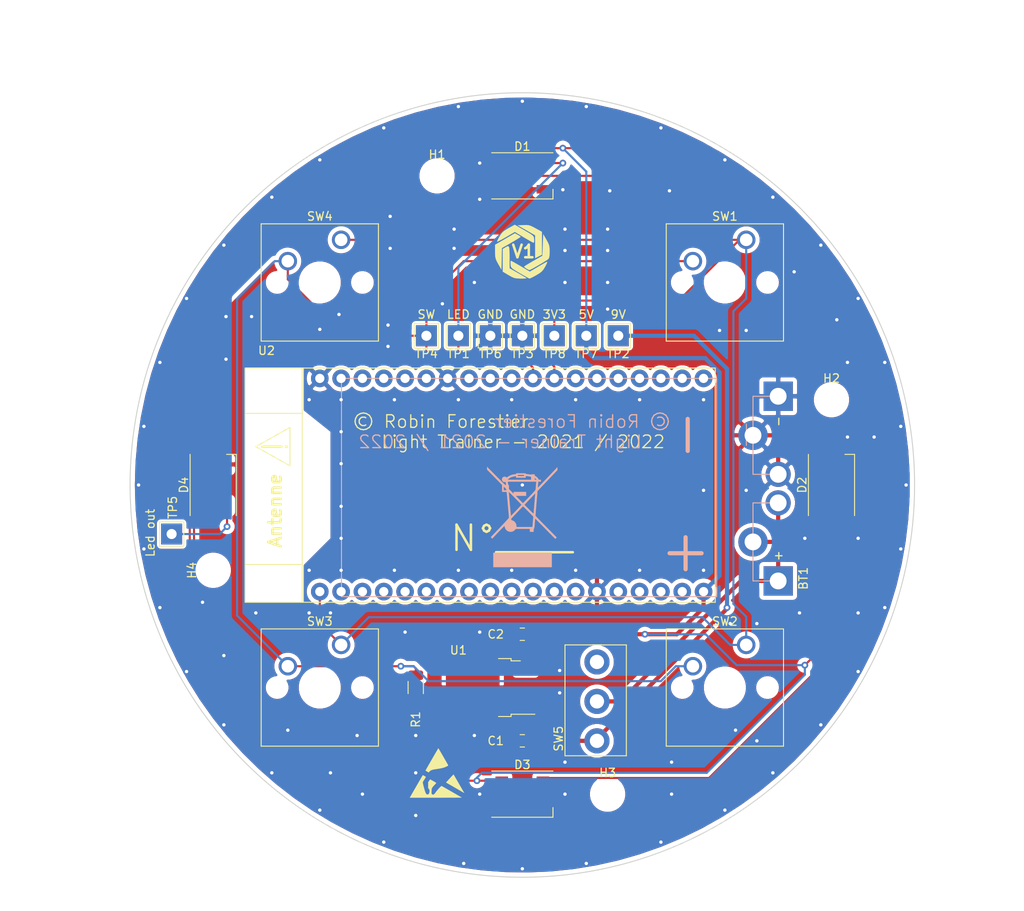
<source format=kicad_pcb>
(kicad_pcb (version 20171130) (host pcbnew "(5.1.10)-1")
  (title_block (title "Light Trainer") (date 2022-06-15) (comment 1 "Light Trainer") (comment 3 V01) (comment 4 "©Robin Forestier | 2021"))
  (layers (0 F.Cu signal) (31 B.Cu signal) (34 B.Paste user) (35 F.Paste user) (36 B.SilkS user) (37 F.SilkS user) (38 B.Mask user) (39 F.Mask user) (44 Edge.Cuts user))
  (net 0 "")
  (net 1 GND)
  (net 2 +3V3)
  (net 3 +5V)
  (net 4 LED)
  (net 5 switch)
  (net 6 "Net-(BT1-Pad1)")
  (net 7 "Net-(C1-Pad1)")
  (net 8 "Net-(D1-Pad4)")
  (net 9 "Net-(D2-Pad4)")
  (net 10 "Net-(D3-Pad4)")
  (net 11 "Net-(D4-Pad4)")
  (module Work_Forestier:ESP32-DevKitC-32D (layer F.Cu) (at 116.84 115.57)
    (fp_text reference U2 (at 2.54 -29.98) (layer F.SilkS))
    (fp_text value ESP32-DevKitC-32D)
    (pad 3V3 thru_hole circle (at 8.89 -1.27) (size 2.1 2.1) (drill 1.1) (layers *.Cu *.Mask) (net 2 +3V3))
    (pad EN thru_hole circle (at 11.43 -1.27) (size 2.1 2.1) (drill 1.1) (layers *.Cu *.Mask))
    (pad SVP thru_hole circle (at 13.97 -1.27) (size 2.1 2.1) (drill 1.1) (layers *.Cu *.Mask))
    (pad SVN thru_hole circle (at 16.51 -1.27) (size 2.1 2.1) (drill 1.1) (layers *.Cu *.Mask))
    (pad IO34 thru_hole circle (at 19.05 -1.27) (size 2.1 2.1) (drill 1.1) (layers *.Cu *.Mask))
    (pad IO35 thru_hole circle (at 21.59 -1.27) (size 2.1 2.1) (drill 1.1) (layers *.Cu *.Mask))
    (pad IO32 thru_hole circle (at 24.13 -1.27) (size 2.1 2.1) (drill 1.1) (layers *.Cu *.Mask))
    (pad IO33 thru_hole circle (at 26.67 -1.27) (size 2.1 2.1) (drill 1.1) (layers *.Cu *.Mask))
    (pad IO12 thru_hole circle (at 39.37 -1.27) (size 2.1 2.1) (drill 1.1) (layers *.Cu *.Mask))
    (pad GND0 thru_hole circle (at 41.91 -1.27) (size 2.1 2.1) (drill 1.1) (layers *.Cu *.Mask) (net 1 GND))
    (pad IO13 thru_hole circle (at 44.45 -1.27) (size 2.1 2.1) (drill 1.1) (layers *.Cu *.Mask))
    (pad SD2 thru_hole circle (at 46.99 -1.27) (size 2.1 2.1) (drill 1.1) (layers *.Cu *.Mask))
    (pad SD3 thru_hole circle (at 49.53 -1.27) (size 2.1 2.1) (drill 1.1) (layers *.Cu *.Mask))
    (pad CMD thru_hole circle (at 52.07 -1.27) (size 2.1 2.1) (drill 1.1) (layers *.Cu *.Mask))
    (pad 5V thru_hole circle (at 54.61 -1.27) (size 2.1 2.1) (drill 1.1) (layers *.Cu *.Mask) (net 3 +5V))
    (pad GND1 thru_hole circle (at 8.89 -26.67) (size 2.1 2.1) (drill 1.1) (layers *.Cu *.Mask) (net 1 GND))
    (pad IO25 thru_hole circle (at 29.21 -1.27) (size 2.1 2.1) (drill 1.1) (layers *.Cu *.Mask))
    (pad IO26 thru_hole circle (at 31.75 -1.27) (size 2.1 2.1) (drill 1.1) (layers *.Cu *.Mask))
    (pad IO27 thru_hole circle (at 34.29 -1.27) (size 2.1 2.1) (drill 1.1) (layers *.Cu *.Mask))
    (pad IO14 thru_hole circle (at 36.83 -1.27) (size 2.1 2.1) (drill 1.1) (layers *.Cu *.Mask))
    (pad IO23 thru_hole circle (at 11.43 -26.67) (size 2.1 2.1) (drill 1.1) (layers *.Cu *.Mask))
    (pad IO22 thru_hole circle (at 13.97 -26.67) (size 2.1 2.1) (drill 1.1) (layers *.Cu *.Mask))
    (pad TXD0 thru_hole circle (at 16.51 -26.67) (size 2.1 2.1) (drill 1.1) (layers *.Cu *.Mask))
    (pad RXD0 thru_hole circle (at 19.05 -26.67) (size 2.1 2.1) (drill 1.1) (layers *.Cu *.Mask))
    (pad IO21 thru_hole circle (at 21.59 -26.67) (size 2.1 2.1) (drill 1.1) (layers *.Cu *.Mask))
    (pad GND2 thru_hole circle (at 24.13 -26.67) (size 2.1 2.1) (drill 1.1) (layers *.Cu *.Mask) (net 1 GND))
    (pad IO19 thru_hole circle (at 26.67 -26.67) (size 2.1 2.1) (drill 1.1) (layers *.Cu *.Mask))
    (pad IO18 thru_hole circle (at 29.21 -26.67) (size 2.1 2.1) (drill 1.1) (layers *.Cu *.Mask))
    (pad IO5 thru_hole circle (at 31.75 -26.67) (size 2.1 2.1) (drill 1.1) (layers *.Cu *.Mask))
    (pad IO17 thru_hole circle (at 34.29 -26.67) (size 2.1 2.1) (drill 1.1) (layers *.Cu *.Mask) (net 5 switch))
    (pad IO16 thru_hole circle (at 36.83 -26.67) (size 2.1 2.1) (drill 1.1) (layers *.Cu *.Mask) (net 4 LED))
    (pad IO4 thru_hole circle (at 39.37 -26.67) (size 2.1 2.1) (drill 1.1) (layers *.Cu *.Mask))
    (pad IO0 thru_hole circle (at 41.91 -26.67) (size 2.1 2.1) (drill 1.1) (layers *.Cu *.Mask))
    (pad IO2 thru_hole circle (at 44.45 -26.67) (size 2.1 2.1) (drill 1.1) (layers *.Cu *.Mask))
    (pad IO15 thru_hole circle (at 46.99 -26.67) (size 2.1 2.1) (drill 1.1) (layers *.Cu *.Mask))
    (pad SD1 thru_hole circle (at 49.53 -26.67) (size 2.1 2.1) (drill 1.1) (layers *.Cu *.Mask))
    (pad SD0 thru_hole circle (at 52.07 -26.67) (size 2.1 2.1) (drill 1.1) (layers *.Cu *.Mask))
    (pad CLK thru_hole circle (at 54.61 -26.67) (size 2.1 2.1) (drill 1.1) (layers *.Cu *.Mask))
  )
  (module TestPoint:TestPoint_THTPad_2.5x2.5mm_Drill1.2mm (layer F.Cu) (at 108.077 107.442 90)
    (fp_text reference TP5 (at 3.175 0.127 90) (layer F.SilkS))
    (fp_text value Led-out)
    (pad 1 thru_hole rect (at 0 0 90) (size 2.5 2.5) (drill 1.2) (layers *.Cu *.Mask) (net 11 "Net-(D4-Pad4)"))
  )
  (module MountingHole:MountingHole_3.2mm_M3 (layer F.Cu) (at 113.03 111.76 90)
    (fp_text reference H4 (at 0 -2.54 90) (layer F.SilkS))
    (fp_text value MountingHole)
    (pad 1 np_thru_hole circle (at 0 0 90) (size 3.2 3.2) (drill 3.2) (layers *.Cu *.Mask))
  )
  (module Work_Forestier:BatteryHolder_Keystone_593-594 (layer F.Cu) (at 180.34 113.03 90)
    (fp_text reference BT1 (at 0.3 3 90) (layer F.SilkS))
    (fp_text value Battery)
    (fp_text user - (at 19 0 90) (layer F.SilkS))
    (fp_text user + (at 3 0 90) (layer F.SilkS))
    (fp_text user - (at 17.4 -11.16 270) (layer B.SilkS) (effects (font (size 5 5) (thickness 0.5))))
    (fp_text user + (at 3.302 -11.414 270) (layer B.SilkS) (effects (font (size 5 5) (thickness 0.5))))
    (pad 2 thru_hole rect (at 22 0 90) (size 3.5 3.5) (drill 2) (layers *.Cu *.Mask) (net 1 GND))
    (pad 2 thru_hole circle (at 17.35 -3 90) (size 3.5 3.5) (drill 2) (layers *.Cu *.Mask) (net 1 GND))
    (pad 2 thru_hole circle (at 12.7 0 90) (size 3 3) (drill 2) (layers *.Cu *.Mask) (net 1 GND))
    (pad 1 thru_hole circle (at 9.3 0 90) (size 3 3) (drill 2) (layers *.Cu *.Mask) (net 6 "Net-(BT1-Pad1)"))
    (pad 1 thru_hole circle (at 4.65 -3 90) (size 3.5 3.5) (drill 2) (layers *.Cu *.Mask) (net 6 "Net-(BT1-Pad1)"))
    (pad 1 thru_hole rect (at 0 0 90) (size 3.5 3.5) (drill 2) (layers *.Cu *.Mask) (net 6 "Net-(BT1-Pad1)"))
  )
  (module Work_Forestier:logo (layer F.Cu) (at 149.86 73.66)
    (fp_text reference G*** hide)
    (fp_text value LOGO hide)
  )
  (module Symbol:WEEE-Logo_8.4x12mm_SilkScreen (layer B.Cu) (at 149.86 105.41 180)
    (fp_text reference REF** hide)
    (fp_text value WEEE-Logo_8.4x12mm_SilkScreen hide)
  )
  (module Symbol:ESD-Logo_6.6x6mm_SilkScreen (layer F.Cu) (at 139.7 135.89)
    (fp_text reference REF** hide)
    (fp_text value ESD-Logo_6.6x6mm_SilkScreen hide)
  )
  (module Package_TO_SOT_SMD:TO-252-2 (layer F.Cu) (at 146.05 125.73 180)
    (fp_text reference U1 (at 3.81 4.445) (layer F.SilkS))
    (fp_text value L78M05CDT-TR)
    (pad 2 smd rect (at 2.1 0 180) (size 6.4 5.8) (layers F.Cu F.Mask) (net 1 GND))
    (pad 3 smd rect (at -4.2 2.28 180) (size 2.2 1.2) (layers F.Cu F.Paste F.Mask) (net 3 +5V))
    (pad 1 smd rect (at -4.2 -2.28 180) (size 2.2 1.2) (layers F.Cu F.Paste F.Mask) (net 7 "Net-(C1-Pad1)"))
  )
  (module TestPoint:TestPoint_THTPad_2.5x2.5mm_Drill1.2mm (layer F.Cu) (at 153.67 83.82 180)
    (fp_text reference TP8 (at 0 -2.148) (layer F.SilkS))
    (fp_text value 3.3V)
    (pad 1 thru_hole rect (at 0 0 180) (size 2.5 2.5) (drill 1.2) (layers *.Cu *.Mask) (net 2 +3V3))
  )
  (module TestPoint:TestPoint_THTPad_2.5x2.5mm_Drill1.2mm (layer F.Cu) (at 157.48 83.82 180)
    (fp_text reference TP7 (at 0 -2.148) (layer F.SilkS))
    (fp_text value 5V)
    (pad 1 thru_hole rect (at 0 0 180) (size 2.5 2.5) (drill 1.2) (layers *.Cu *.Mask) (net 3 +5V))
  )
  (module TestPoint:TestPoint_THTPad_2.5x2.5mm_Drill1.2mm (layer F.Cu) (at 146.05 83.82 180)
    (fp_text reference TP6 (at 0 -2.148) (layer F.SilkS))
    (fp_text value Gnd)
    (pad 1 thru_hole rect (at 0 0 180) (size 2.5 2.5) (drill 1.2) (layers *.Cu *.Mask) (net 1 GND))
  )
  (module TestPoint:TestPoint_THTPad_2.5x2.5mm_Drill1.2mm (layer F.Cu) (at 138.43 83.82 180)
    (fp_text reference TP4 (at 0 -2.148) (layer F.SilkS))
    (fp_text value Switch)
    (pad 1 thru_hole rect (at 0 0 180) (size 2.5 2.5) (drill 1.2) (layers *.Cu *.Mask) (net 5 switch))
  )
  (module TestPoint:TestPoint_THTPad_2.5x2.5mm_Drill1.2mm (layer F.Cu) (at 149.86 83.82 180)
    (fp_text reference TP3 (at 0 -2.148) (layer F.SilkS))
    (fp_text value TestPoint)
    (pad 1 thru_hole rect (at 0 0 180) (size 2.5 2.5) (drill 1.2) (layers *.Cu *.Mask) (net 1 GND))
  )
  (module TestPoint:TestPoint_THTPad_2.5x2.5mm_Drill1.2mm (layer F.Cu) (at 161.29 83.82 180)
    (fp_text reference TP2 (at 0 -2.148) (layer F.SilkS))
    (fp_text value 9V)
    (pad 1 thru_hole rect (at 0 0 180) (size 2.5 2.5) (drill 1.2) (layers *.Cu *.Mask) (net 7 "Net-(C1-Pad1)"))
  )
  (module TestPoint:TestPoint_THTPad_2.5x2.5mm_Drill1.2mm (layer F.Cu) (at 142.24 83.82 180)
    (fp_text reference TP1 (at 0 -2.148) (layer F.SilkS))
    (fp_text value Led-in)
    (pad 1 thru_hole rect (at 0 0 180) (size 2.5 2.5) (drill 1.2) (layers *.Cu *.Mask) (net 4 LED))
  )
  (module Work_Forestier:C&K-1101M2S5CQE2 (layer F.Cu) (at 158.75 132.08 90)
    (fp_text reference SW5 (at 0.254 -4.572 90) (layer F.SilkS))
    (fp_text value SW_SPDT)
    (pad 3 thru_hole circle (at 9.4 0 90) (size 3 3) (drill 1.7) (layers *.Cu *.Mask))
    (pad 2 thru_hole circle (at 4.7 0 90) (size 3 3) (drill 1.7) (layers *.Cu *.Mask) (net 6 "Net-(BT1-Pad1)"))
    (pad 1 thru_hole circle (at 0 0 90) (size 3 3) (drill 1.7) (layers *.Cu *.Mask) (net 7 "Net-(C1-Pad1)"))
  )
  (module Work_Forestier:SW_Cherry_MX_1.00u_PCB_3D (layer F.Cu) (at 128.27 72.39)
    (fp_text reference SW4 (at -2.54 -2.794) (layer F.SilkS))
    (fp_text value SW_Push)
    (pad "" np_thru_hole circle (at 2.54 5.08) (size 1.7 1.7) (drill 1.7) (layers *.Cu *.Mask))
    (pad "" np_thru_hole circle (at -7.62 5.08) (size 1.7 1.7) (drill 1.7) (layers *.Cu *.Mask))
    (pad "" np_thru_hole circle (at -2.54 5.08) (size 4 4) (drill 4) (layers *.Cu *.Mask))
    (pad 2 thru_hole circle (at -6.35 2.54) (size 2.2 2.2) (drill 1.5) (layers *.Cu *.Mask) (net 5 switch))
    (pad 1 thru_hole circle (at 0 0) (size 2.2 2.2) (drill 1.5) (layers *.Cu *.Mask) (net 2 +3V3))
  )
  (module Work_Forestier:SW_Cherry_MX_1.00u_PCB_3D (layer F.Cu) (at 128.27 120.65)
    (fp_text reference SW3 (at -2.54 -2.794) (layer F.SilkS))
    (fp_text value SW_Push)
    (pad "" np_thru_hole circle (at 2.54 5.08) (size 1.7 1.7) (drill 1.7) (layers *.Cu *.Mask))
    (pad "" np_thru_hole circle (at -7.62 5.08) (size 1.7 1.7) (drill 1.7) (layers *.Cu *.Mask))
    (pad "" np_thru_hole circle (at -2.54 5.08) (size 4 4) (drill 4) (layers *.Cu *.Mask))
    (pad 2 thru_hole circle (at -6.35 2.54) (size 2.2 2.2) (drill 1.5) (layers *.Cu *.Mask) (net 5 switch))
    (pad 1 thru_hole circle (at 0 0) (size 2.2 2.2) (drill 1.5) (layers *.Cu *.Mask) (net 2 +3V3))
  )
  (module Work_Forestier:SW_Cherry_MX_1.00u_PCB_3D (layer F.Cu) (at 176.53 120.65)
    (fp_text reference SW2 (at -2.54 -2.794) (layer F.SilkS))
    (fp_text value SW_Push)
    (pad "" np_thru_hole circle (at 2.54 5.08) (size 1.7 1.7) (drill 1.7) (layers *.Cu *.Mask))
    (pad "" np_thru_hole circle (at -7.62 5.08) (size 1.7 1.7) (drill 1.7) (layers *.Cu *.Mask))
    (pad "" np_thru_hole circle (at -2.54 5.08) (size 4 4) (drill 4) (layers *.Cu *.Mask))
    (pad 2 thru_hole circle (at -6.35 2.54) (size 2.2 2.2) (drill 1.5) (layers *.Cu *.Mask) (net 5 switch))
    (pad 1 thru_hole circle (at 0 0) (size 2.2 2.2) (drill 1.5) (layers *.Cu *.Mask) (net 2 +3V3))
  )
  (module Work_Forestier:SW_Cherry_MX_1.00u_PCB_3D (layer F.Cu) (at 176.53 72.39)
    (fp_text reference SW1 (at -2.54 -2.794) (layer F.SilkS))
    (fp_text value SW_Push)
    (pad "" np_thru_hole circle (at 2.54 5.08) (size 1.7 1.7) (drill 1.7) (layers *.Cu *.Mask))
    (pad "" np_thru_hole circle (at -7.62 5.08) (size 1.7 1.7) (drill 1.7) (layers *.Cu *.Mask))
    (pad "" np_thru_hole circle (at -2.54 5.08) (size 4 4) (drill 4) (layers *.Cu *.Mask))
    (pad 2 thru_hole circle (at -6.35 2.54) (size 2.2 2.2) (drill 1.5) (layers *.Cu *.Mask) (net 5 switch))
    (pad 1 thru_hole circle (at 0 0) (size 2.2 2.2) (drill 1.5) (layers *.Cu *.Mask) (net 2 +3V3))
  )
  (module Resistor_SMD:R_1206_3216Metric (layer F.Cu) (at 137.16 125.73 90)
    (fp_text reference R1 (at -3.81 0 90) (layer F.SilkS))
    (fp_text value 10k)
    (pad 2 smd roundrect (at 1.4625 0 90) (size 1.125 1.75) (layers F.Cu F.Paste F.Mask) (roundrect_rratio 0.222222) (net 5 switch))
    (pad 1 smd roundrect (at -1.4625 0 90) (size 1.125 1.75) (layers F.Cu F.Paste F.Mask) (roundrect_rratio 0.222222) (net 1 GND))
  )
  (module MountingHole:MountingHole_3.2mm_M3 (layer F.Cu) (at 160.02 138.43)
    (fp_text reference H3 (at 0 -2.54) (layer F.SilkS))
    (fp_text value MountingHole)
    (pad 1 np_thru_hole circle (at 0 0) (size 3.2 3.2) (drill 3.2) (layers *.Cu *.Mask))
  )
  (module MountingHole:MountingHole_3.2mm_M3 (layer F.Cu) (at 186.69 91.44)
    (fp_text reference H2 (at 0 -2.54) (layer F.SilkS))
    (fp_text value MountingHole)
    (pad 1 np_thru_hole circle (at 0 0) (size 3.2 3.2) (drill 3.2) (layers *.Cu *.Mask))
  )
  (module MountingHole:MountingHole_3.2mm_M3 (layer F.Cu) (at 139.7 64.77)
    (fp_text reference H1 (at 0 -2.54) (layer F.SilkS))
    (fp_text value MountingHole)
    (pad "" np_thru_hole circle (at 0 0) (size 3.2 3.2) (drill 3.2) (layers *.Cu *.Mask))
  )
  (module LED_SMD:LED_SK6812_PLCC4_5.0x5.0mm_P3.2mm (layer F.Cu) (at 113.03 101.6 90)
    (fp_text reference D4 (at 0 -3.5 90) (layer F.SilkS))
    (fp_text value SK6812)
    (pad 3 smd rect (at -2.45 -1.6 90) (size 1.5 1) (layers F.Cu F.Paste F.Mask) (net 3 +5V))
    (pad 4 smd rect (at -2.45 1.6 90) (size 1.5 1) (layers F.Cu F.Paste F.Mask) (net 11 "Net-(D4-Pad4)"))
    (pad 2 smd rect (at 2.45 -1.6 90) (size 1.5 1) (layers F.Cu F.Paste F.Mask) (net 10 "Net-(D3-Pad4)"))
    (pad 1 smd rect (at 2.45 1.6 90) (size 1.5 1) (layers F.Cu F.Paste F.Mask) (net 1 GND))
  )
  (module LED_SMD:LED_SK6812_PLCC4_5.0x5.0mm_P3.2mm (layer F.Cu) (at 149.86 138.43)
    (fp_text reference D3 (at 0 -3.5) (layer F.SilkS))
    (fp_text value SK6812)
    (pad 3 smd rect (at -2.45 -1.6) (size 1.5 1) (layers F.Cu F.Paste F.Mask) (net 3 +5V))
    (pad 4 smd rect (at -2.45 1.6) (size 1.5 1) (layers F.Cu F.Paste F.Mask) (net 10 "Net-(D3-Pad4)"))
    (pad 2 smd rect (at 2.45 -1.6) (size 1.5 1) (layers F.Cu F.Paste F.Mask) (net 9 "Net-(D2-Pad4)"))
    (pad 1 smd rect (at 2.45 1.6) (size 1.5 1) (layers F.Cu F.Paste F.Mask) (net 1 GND))
  )
  (module LED_SMD:LED_SK6812_PLCC4_5.0x5.0mm_P3.2mm (layer F.Cu) (at 186.69 101.6 90)
    (fp_text reference D2 (at 0 -3.5 90) (layer F.SilkS))
    (fp_text value SK6812)
    (pad 3 smd rect (at -2.45 -1.6 90) (size 1.5 1) (layers F.Cu F.Paste F.Mask) (net 3 +5V))
    (pad 4 smd rect (at -2.45 1.6 90) (size 1.5 1) (layers F.Cu F.Paste F.Mask) (net 9 "Net-(D2-Pad4)"))
    (pad 2 smd rect (at 2.45 -1.6 90) (size 1.5 1) (layers F.Cu F.Paste F.Mask) (net 8 "Net-(D1-Pad4)"))
    (pad 1 smd rect (at 2.45 1.6 90) (size 1.5 1) (layers F.Cu F.Paste F.Mask) (net 1 GND))
  )
  (module LED_SMD:LED_SK6812_PLCC4_5.0x5.0mm_P3.2mm (layer F.Cu) (at 149.86 64.77)
    (fp_text reference D1 (at 0 -3.5) (layer F.SilkS))
    (fp_text value SK6812)
    (pad 3 smd rect (at -2.45 -1.6) (size 1.5 1) (layers F.Cu F.Paste F.Mask) (net 3 +5V))
    (pad 4 smd rect (at -2.45 1.6) (size 1.5 1) (layers F.Cu F.Paste F.Mask) (net 8 "Net-(D1-Pad4)"))
    (pad 2 smd rect (at 2.45 -1.6) (size 1.5 1) (layers F.Cu F.Paste F.Mask) (net 4 LED))
    (pad 1 smd rect (at 2.45 1.6) (size 1.5 1) (layers F.Cu F.Paste F.Mask) (net 1 GND))
  )
  (module Capacitor_SMD:C_0805_2012Metric (layer F.Cu) (at 149.86 119.38 180)
    (fp_text reference C2 (at 3.175 0) (layer F.SilkS))
    (fp_text value 0.1uF)
    (pad 2 smd roundrect (at 0.95 0 180) (size 1 1.45) (layers F.Cu F.Paste F.Mask) (net 1 GND))
    (pad 1 smd roundrect (at -0.95 0 180) (size 1 1.45) (layers F.Cu F.Paste F.Mask) (net 3 +5V))
  )
  (module Capacitor_SMD:C_0805_2012Metric (layer F.Cu) (at 149.86 132.08 180)
    (fp_text reference C1 (at 3.175 0) (layer F.SilkS))
    (fp_text value 0.33uF)
    (pad 2 smd roundrect (at 0.95 0 180) (size 1 1.45) (layers F.Cu F.Paste F.Mask) (net 1 GND))
    (pad 1 smd roundrect (at -0.95 0 180) (size 1 1.45) (layers F.Cu F.Paste F.Mask) (net 7 "Net-(C1-Pad1)"))
  )
  (gr_line (start 121.7 97.028) (end 121.8 97.028) (layer F.SilkS) (width 0.3))
  (gr_line (start 118.872 97.028) (end 121.158 97.028) (layer F.SilkS) (width 0.3))
  (gr_line (start 122.174 99.314) (end 118.11 97.028) (layer F.SilkS) (width 0.12))
  (gr_line (start 122.174 94.742) (end 122.174 99.314) (layer F.SilkS) (width 0.12))
  (gr_line (start 118.11 97.028) (end 122.174 94.742) (layer F.SilkS) (width 0.12))
  (gr_text Antenne (at 120.396 104.648 90) (layer F.SilkS) (effects (font (size 1.5 1.5) (thickness 0.3))))
  (gr_text V1 (at 149.987 73.787) (layer F.SilkS) (effects (font (size 1.5 1.5) (thickness 0.3))))
  (gr_text "Led out" (at 105.537 107.315 90) (layer F.SilkS) (effects (font (size 1 1))))
  (gr_text N°____ (at 148.59 107.95) (layer F.SilkS) (effects (font (size 3 3) (thickness 0.3))))
  (gr_text "© Robin Forestier \n   Light Trainer - 2021 / 2022" (at 167.64 95.25) (layer B.SilkS) (effects (font (size 1.5 1.5)) (justify left mirror)))
  (gr_text LED (at 142.24 81.28) (layer F.SilkS) (effects (font (size 1 1))))
  (gr_text SW (at 138.43 81.28) (layer F.SilkS) (effects (font (size 1 1))))
  (gr_text "GND\n" (at 146.05 81.28) (layer F.SilkS) (effects (font (size 1 1))))
  (gr_text GND (at 149.86 81.28) (layer F.SilkS) (effects (font (size 1 1))))
  (gr_text 3V3 (at 153.67 81.28) (layer F.SilkS) (effects (font (size 1 1))))
  (gr_text "5V\n" (at 157.48 81.28) (layer F.SilkS) (effects (font (size 1 1))))
  (gr_text "9V\n" (at 161.29 81.28) (layer F.SilkS) (effects (font (size 1 1))))
  (gr_text "© Robin Forestier \n   Light Trainer - 2021 / 2022" (at 129.54 95.25) (layer F.SilkS) (effects (font (size 1.5 1.5)) (justify left)))
  (gr_circle (center 149.86 101.6) (end 184.15 133.35) (layer Edge.Cuts) (width 0.12))
  (segment (start 180.291 95.68) (end 180.34 95.631) (width 0.25) (layer F.Cu) (net 1))
  (segment (start 177.34 95.68) (end 180.291 95.68) (width 0.5) (layer F.Cu) (net 1))
  (segment (start 180.34 95.631) (end 180.34 100.33) (width 0.5) (layer F.Cu) (net 1))
  (segment (start 180.34 91.03) (end 180.34 95.631) (width 0.5) (layer F.Cu) (net 1))
  (segment (start 143.637 125.73) (end 143.95 125.73) (width 0.25) (layer F.Cu) (net 1))
  (segment (start 139.954 129.413) (end 143.637 125.73) (width 0.25) (layer F.Cu) (net 1))
  (segment (start 137.668 129.413) (end 139.954 129.413) (width 0.25) (layer F.Cu) (net 1))
  (segment (start 137.16 128.905) (end 137.668 129.413) (width 0.25) (layer F.Cu) (net 1))
  (segment (start 137.16 127.1925) (end 137.16 128.905) (width 0.25) (layer F.Cu) (net 1))
  (segment (start 143.95 121.734) (end 143.95 125.73) (width 0.5) (layer F.Cu) (net 1))
  (segment (start 146.304 119.38) (end 143.95 121.734) (width 0.5) (layer F.Cu) (net 1))
  (segment (start 148.91 119.38) (end 146.304 119.38) (width 0.5) (layer F.Cu) (net 1))
  (segment (start 143.95 129.726) (end 143.95 125.73) (width 0.5) (layer F.Cu) (net 1))
  (segment (start 146.304 132.08) (end 143.95 129.726) (width 0.5) (layer F.Cu) (net 1))
  (segment (start 148.91 132.08) (end 146.304 132.08) (width 0.5) (layer F.Cu) (net 1))
  (segment (start 148.91 136.63) (end 148.91 132.08) (width 0.25) (layer F.Cu) (net 1))
  (segment (start 152.31 140.03) (end 148.91 136.63) (width 0.25) (layer F.Cu) (net 1))
  (segment (start 146.05 83.82) (end 149.86 83.82) (width 0.5) (layer F.Cu) (net 1))
  (segment (start 114.63 99.15) (end 114.63 88.57) (width 0.25) (layer F.Cu) (net 1))
  (segment (start 114.63 88.57) (end 116.84 86.36) (width 0.25) (layer F.Cu) (net 1))
  (segment (start 123.19 86.36) (end 125.73 88.9) (width 0.25) (layer F.Cu) (net 1))
  (segment (start 116.84 86.36) (end 123.19 86.36) (width 0.25) (layer F.Cu) (net 1))
  (segment (start 188.29 100.21) (end 188.29 99.15) (width 0.25) (layer F.Cu) (net 1))
  (segment (start 181.61 101.6) (end 186.9 101.6) (width 0.25) (layer F.Cu) (net 1))
  (segment (start 186.9 101.6) (end 188.29 100.21) (width 0.25) (layer F.Cu) (net 1))
  (segment (start 180.34 100.33) (end 181.61 101.6) (width 0.25) (layer F.Cu) (net 1))
  (via (at 154.686 66.421) (size 0.8) (drill 0.4) (layers F.Cu B.Cu) (net 1))
  (segment (start 149.86 71.501) (end 154.94 66.421) (width 0.25) (layer B.Cu) (net 1))
  (segment (start 149.86 83.82) (end 149.86 71.501) (width 0.25) (layer B.Cu) (net 1))
  (segment (start 152.361 66.421) (end 152.31 66.37) (width 0.25) (layer F.Cu) (net 1))
  (segment (start 154.94 66.421) (end 152.361 66.421) (width 0.25) (layer F.Cu) (net 1))
  (segment (start 158.75 115.951) (end 158.75 114.3) (width 0.5) (layer F.Cu) (net 1))
  (segment (start 157.226 117.475) (end 158.75 115.951) (width 0.5) (layer F.Cu) (net 1))
  (segment (start 149.733 117.475) (end 157.226 117.475) (width 0.5) (layer F.Cu) (net 1))
  (segment (start 148.91 118.298) (end 149.733 117.475) (width 0.5) (layer F.Cu) (net 1))
  (segment (start 148.91 119.38) (end 148.91 118.298) (width 0.5) (layer F.Cu) (net 1))
  (segment (start 140.97 88.9) (end 146.05 83.82) (width 0.5) (layer B.Cu) (net 1))
  (segment (start 177.34 95.68) (end 174.322 95.68) (width 0.5) (layer F.Cu) (net 1))
  (via (at 149.86 55.88) (size 0.8) (drill 0.4) (layers F.Cu B.Cu) (net 1))
  (via (at 142.24 56.515) (size 0.8) (drill 0.4) (layers F.Cu B.Cu) (net 1))
  (via (at 157.48 56.515) (size 0.8) (drill 0.4) (layers F.Cu B.Cu) (net 1))
  (via (at 133.35 59.055) (size 0.8) (drill 0.4) (layers F.Cu B.Cu) (net 1))
  (via (at 166.37 59.055) (size 0.8) (drill 0.4) (layers F.Cu B.Cu) (net 1))
  (via (at 125.73 62.865) (size 0.8) (drill 0.4) (layers F.Cu B.Cu) (net 1))
  (via (at 173.99 62.865) (size 0.8) (drill 0.4) (layers F.Cu B.Cu) (net 1))
  (via (at 120.015 67.31) (size 0.8) (drill 0.4) (layers F.Cu B.Cu) (net 1))
  (via (at 179.705 67.31) (size 0.8) (drill 0.4) (layers F.Cu B.Cu) (net 1))
  (via (at 185.42 73.025) (size 0.8) (drill 0.4) (layers F.Cu B.Cu) (net 1))
  (via (at 114.3 73.025) (size 0.8) (drill 0.4) (layers F.Cu B.Cu) (net 1))
  (via (at 109.855 79.375) (size 0.8) (drill 0.4) (layers F.Cu B.Cu) (net 1))
  (via (at 189.865 79.375) (size 0.8) (drill 0.4) (layers F.Cu B.Cu) (net 1))
  (via (at 195.58 101.6) (size 0.8) (drill 0.4) (layers F.Cu B.Cu) (net 1))
  (via (at 194.945 94.615) (size 0.8) (drill 0.4) (layers F.Cu B.Cu) (net 1))
  (via (at 193.04 86.995) (size 0.8) (drill 0.4) (layers F.Cu B.Cu) (net 1))
  (via (at 106.68 86.995) (size 0.8) (drill 0.4) (layers F.Cu B.Cu) (net 1))
  (via (at 104.775 94.615) (size 0.8) (drill 0.4) (layers F.Cu B.Cu) (net 1))
  (via (at 104.14 101.6) (size 0.8) (drill 0.4) (layers F.Cu B.Cu) (net 1))
  (via (at 149.86 147.32) (size 0.8) (drill 0.4) (layers F.Cu B.Cu) (net 1))
  (via (at 157.48 146.685) (size 0.8) (drill 0.4) (layers F.Cu B.Cu) (net 1))
  (via (at 142.875 146.685) (size 0.8) (drill 0.4) (layers F.Cu B.Cu) (net 1))
  (via (at 166.37 144.145) (size 0.8) (drill 0.4) (layers F.Cu B.Cu) (net 1))
  (via (at 133.35 144.145) (size 0.8) (drill 0.4) (layers F.Cu B.Cu) (net 1))
  (via (at 173.99 140.335) (size 0.8) (drill 0.4) (layers F.Cu B.Cu) (net 1))
  (via (at 125.73 140.335) (size 0.8) (drill 0.4) (layers F.Cu B.Cu) (net 1))
  (via (at 179.705 135.89) (size 0.8) (drill 0.4) (layers F.Cu B.Cu) (net 1))
  (via (at 120.015 135.89) (size 0.8) (drill 0.4) (layers F.Cu B.Cu) (net 1))
  (via (at 114.3 130.175) (size 0.8) (drill 0.4) (layers F.Cu B.Cu) (net 1))
  (via (at 185.42 130.175) (size 0.8) (drill 0.4) (layers F.Cu B.Cu) (net 1))
  (via (at 189.865 123.825) (size 0.8) (drill 0.4) (layers F.Cu B.Cu) (net 1))
  (via (at 109.855 123.825) (size 0.8) (drill 0.4) (layers F.Cu B.Cu) (net 1))
  (via (at 106.68 116.205) (size 0.8) (drill 0.4) (layers F.Cu B.Cu) (net 1))
  (via (at 193.04 116.205) (size 0.8) (drill 0.4) (layers F.Cu B.Cu) (net 1))
  (via (at 194.945 109.22) (size 0.8) (drill 0.4) (layers F.Cu B.Cu) (net 1))
  (via (at 104.775 109.22) (size 0.8) (drill 0.4) (layers F.Cu B.Cu) (net 1))
  (via (at 114.554 81.534) (size 0.8) (drill 0.4) (layers F.Cu B.Cu) (net 1))
  (via (at 114.554 86.614) (size 0.8) (drill 0.4) (layers F.Cu B.Cu) (net 1))
  (via (at 117.602 81.534) (size 0.8) (drill 0.4) (layers F.Cu B.Cu) (net 1))
  (via (at 134.112 69.596) (size 0.8) (drill 0.4) (layers F.Cu B.Cu) (net 1))
  (via (at 134.112 73.406) (size 0.8) (drill 0.4) (layers F.Cu B.Cu) (net 1))
  (via (at 141.732 73.406) (size 0.8) (drill 0.4) (layers F.Cu B.Cu) (net 1))
  (via (at 141.732 71.12) (size 0.8) (drill 0.4) (layers F.Cu B.Cu) (net 1))
  (via (at 144.78 63.246) (size 0.8) (drill 0.4) (layers F.Cu B.Cu) (net 1))
  (via (at 144.78 67.564) (size 0.8) (drill 0.4) (layers F.Cu B.Cu) (net 1))
  (via (at 160.274 66.548) (size 0.8) (drill 0.4) (layers F.Cu B.Cu) (net 1))
  (via (at 167.386 66.548) (size 0.8) (drill 0.4) (layers F.Cu B.Cu) (net 1))
  (via (at 133.858 82.55) (size 0.8) (drill 0.4) (layers F.Cu B.Cu) (net 1))
  (via (at 133.858 85.09) (size 0.8) (drill 0.4) (layers F.Cu B.Cu) (net 1))
  (via (at 128.016 81.28) (size 0.8) (drill 0.4) (layers F.Cu B.Cu) (net 1))
  (via (at 125.73 83.058) (size 0.8) (drill 0.4) (layers F.Cu B.Cu) (net 1))
  (via (at 124.46 91.44) (size 0.8) (drill 0.4) (layers F.Cu B.Cu) (net 1))
  (via (at 128.27 99.06) (size 0.8) (drill 0.4) (layers F.Cu B.Cu) (net 1))
  (via (at 128.27 107.95) (size 0.8) (drill 0.4) (layers F.Cu B.Cu) (net 1))
  (via (at 124.46 111.76) (size 0.8) (drill 0.4) (layers F.Cu B.Cu) (net 1))
  (via (at 128.27 95.25) (size 0.8) (drill 0.4) (layers F.Cu B.Cu) (net 1))
  (via (at 128.27 104.14) (size 0.8) (drill 0.4) (layers F.Cu B.Cu) (net 1))
  (via (at 111.76 115.57) (size 0.8) (drill 0.4) (layers F.Cu B.Cu) (net 1))
  (via (at 114.3 121.92) (size 0.8) (drill 0.4) (layers F.Cu B.Cu) (net 1))
  (via (at 118.11 116.84) (size 0.8) (drill 0.4) (layers F.Cu B.Cu) (net 1))
  (via (at 124.46 116.84) (size 0.8) (drill 0.4) (layers F.Cu B.Cu) (net 1))
  (via (at 127 116.84) (size 0.8) (drill 0.4) (layers F.Cu B.Cu) (net 1))
  (via (at 135.89 119.126) (size 0.8) (drill 0.4) (layers F.Cu B.Cu) (net 1))
  (via (at 144.78 119.126) (size 0.8) (drill 0.4) (layers F.Cu B.Cu) (net 1))
  (via (at 121.92 130.81) (size 0.8) (drill 0.4) (layers F.Cu B.Cu) (net 1))
  (via (at 127 135.89) (size 0.8) (drill 0.4) (layers F.Cu B.Cu) (net 1))
  (via (at 130.81 138.43) (size 0.8) (drill 0.4) (layers F.Cu B.Cu) (net 1))
  (via (at 137.16 135.89) (size 0.8) (drill 0.4) (layers F.Cu B.Cu) (net 1))
  (via (at 137.16 140.97) (size 0.8) (drill 0.4) (layers F.Cu B.Cu) (net 1))
  (via (at 167.64 138.43) (size 0.8) (drill 0.4) (layers F.Cu B.Cu) (net 1))
  (via (at 167.64 134.62) (size 0.8) (drill 0.4) (layers F.Cu B.Cu) (net 1))
  (via (at 154.94 134.62) (size 0.8) (drill 0.4) (layers F.Cu B.Cu) (net 1))
  (via (at 154.94 138.43) (size 0.8) (drill 0.4) (layers F.Cu B.Cu) (net 1))
  (via (at 144.78 138.43) (size 0.8) (drill 0.4) (layers F.Cu B.Cu) (net 1))
  (via (at 175.26 130.81) (size 0.8) (drill 0.4) (layers F.Cu B.Cu) (net 1))
  (via (at 177.8 132.08) (size 0.8) (drill 0.4) (layers F.Cu B.Cu) (net 1))
  (via (at 182.88 116.84) (size 0.8) (drill 0.4) (layers F.Cu B.Cu) (net 1))
  (via (at 189.865 116.84) (size 0.8) (drill 0.4) (layers F.Cu B.Cu) (net 1))
  (via (at 189.865 107.95) (size 0.8) (drill 0.4) (layers F.Cu B.Cu) (net 1))
  (via (at 183.515 107.95) (size 0.8) (drill 0.4) (layers F.Cu B.Cu) (net 1))
  (via (at 188.595 95.885) (size 0.8) (drill 0.4) (layers F.Cu B.Cu) (net 1))
  (via (at 191.77 95.885) (size 0.8) (drill 0.4) (layers F.Cu B.Cu) (net 1))
  (via (at 188.595 86.995) (size 0.8) (drill 0.4) (layers F.Cu B.Cu) (net 1))
  (via (at 187.325 81.915) (size 0.8) (drill 0.4) (layers F.Cu B.Cu) (net 1))
  (via (at 182.245 76.2) (size 0.8) (drill 0.4) (layers F.Cu B.Cu) (net 1))
  (via (at 160.02 71.12) (size 0.8) (drill 0.4) (layers F.Cu B.Cu) (net 1))
  (via (at 160.02 73.66) (size 0.8) (drill 0.4) (layers F.Cu B.Cu) (net 1))
  (via (at 160.02 77.47) (size 0.8) (drill 0.4) (layers F.Cu B.Cu) (net 1))
  (via (at 160.02 80.645) (size 0.8) (drill 0.4) (layers F.Cu B.Cu) (net 1))
  (via (at 154.94 77.47) (size 0.8) (drill 0.4) (layers F.Cu B.Cu) (net 1))
  (via (at 154.94 73.66) (size 0.8) (drill 0.4) (layers F.Cu B.Cu) (net 1))
  (via (at 154.94 71.12) (size 0.8) (drill 0.4) (layers F.Cu B.Cu) (net 1))
  (via (at 144.145 77.47) (size 0.8) (drill 0.4) (layers F.Cu B.Cu) (net 1))
  (via (at 140.335 80.01) (size 0.8) (drill 0.4) (layers F.Cu B.Cu) (net 1))
  (via (at 176.53 83.185) (size 0.8) (drill 0.4) (layers F.Cu B.Cu) (net 1))
  (via (at 173.355 83.185) (size 0.8) (drill 0.4) (layers F.Cu B.Cu) (net 1))
  (via (at 176.53 102.235) (size 0.8) (drill 0.4) (layers F.Cu B.Cu) (net 1))
  (via (at 174.625 118.11) (size 0.8) (drill 0.4) (layers F.Cu B.Cu) (net 1))
  (via (at 177.8 118.11) (size 0.8) (drill 0.4) (layers F.Cu B.Cu) (net 1))
  (via (at 137.16 131.445) (size 0.8) (drill 0.4) (layers F.Cu B.Cu) (net 1))
  (via (at 144.145 131.445) (size 0.8) (drill 0.4) (layers F.Cu B.Cu) (net 1))
  (via (at 130.175 131.445) (size 0.8) (drill 0.4) (layers F.Cu B.Cu) (net 1))
  (via (at 154.305 126.365) (size 0.8) (drill 0.4) (layers F.Cu B.Cu) (net 1))
  (via (at 154.305 123.698) (size 0.8) (drill 0.4) (layers F.Cu B.Cu) (net 1))
  (segment (start 170.082 91.44) (end 174.322 95.68) (width 0.5) (layer F.Cu) (net 1))
  (segment (start 143.51 91.44) (end 148.59 91.44) (width 0.5) (layer F.Cu) (net 1))
  (segment (start 140.97 88.9) (end 143.51 91.44) (width 0.5) (layer F.Cu) (net 1))
  (segment (start 138.43 91.44) (end 140.97 88.9) (width 0.5) (layer F.Cu) (net 1))
  (segment (start 128.27 91.44) (end 134.62 91.44) (width 0.5) (layer F.Cu) (net 1))
  (segment (start 125.73 88.9) (end 128.27 91.44) (width 0.5) (layer F.Cu) (net 1))
  (segment (start 128.27 91.44) (end 128.27 91.44) (width 0.5) (layer F.Cu) (net 1))
  (via (at 128.27 91.44) (size 0.8) (drill 0.4) (layers F.Cu B.Cu) (net 1))
  (segment (start 134.62 91.44) (end 138.43 91.44) (width 0.5) (layer F.Cu) (net 1))
  (via (at 134.62 91.44) (size 0.8) (drill 0.4) (layers F.Cu B.Cu) (net 1))
  (via (at 142.24 91.44) (size 0.8) (drill 0.4) (layers F.Cu B.Cu) (net 1))
  (segment (start 148.59 91.44) (end 156.21 91.44) (width 0.5) (layer F.Cu) (net 1))
  (via (at 148.59 91.44) (size 0.8) (drill 0.4) (layers F.Cu B.Cu) (net 1))
  (segment (start 156.21 91.44) (end 163.83 91.44) (width 0.5) (layer F.Cu) (net 1))
  (via (at 156.21 91.44) (size 0.8) (drill 0.4) (layers F.Cu B.Cu) (net 1))
  (segment (start 163.83 91.44) (end 170.082 91.44) (width 0.5) (layer F.Cu) (net 1))
  (via (at 163.83 91.44) (size 0.8) (drill 0.4) (layers F.Cu B.Cu) (net 1))
  (via (at 171.45 91.44) (size 0.8) (drill 0.4) (layers F.Cu B.Cu) (net 1))
  (via (at 128.27 111.76) (size 0.8) (drill 0.4) (layers F.Cu B.Cu) (net 1))
  (via (at 134.62 111.76) (size 0.8) (drill 0.4) (layers F.Cu B.Cu) (net 1))
  (via (at 142.24 111.76) (size 0.8) (drill 0.4) (layers F.Cu B.Cu) (net 1))
  (via (at 148.59 111.76) (size 0.8) (drill 0.4) (layers F.Cu B.Cu) (net 1))
  (via (at 156.21 111.76) (size 0.8) (drill 0.4) (layers F.Cu B.Cu) (net 1))
  (via (at 163.83 111.76) (size 0.8) (drill 0.4) (layers F.Cu B.Cu) (net 1))
  (via (at 171.45 111.76) (size 0.8) (drill 0.4) (layers F.Cu B.Cu) (net 1))
  (segment (start 158.75 111.252) (end 158.75 114.3) (width 0.5) (layer F.Cu) (net 1))
  (segment (start 174.322 95.68) (end 158.75 111.252) (width 0.5) (layer F.Cu) (net 1))
  (via (at 171.45 102.235) (size 0.8) (drill 0.4) (layers F.Cu B.Cu) (net 1))
  (via (at 149.86 101.6) (size 0.8) (drill 0.4) (layers F.Cu B.Cu) (net 1))
  (segment (start 125.73 118.11) (end 128.27 120.65) (width 0.25) (layer F.Cu) (net 2))
  (segment (start 125.73 114.3) (end 125.73 118.11) (width 0.25) (layer F.Cu) (net 2))
  (segment (start 153.67 81.28) (end 153.67 83.82) (width 0.25) (layer F.Cu) (net 2))
  (segment (start 168.490002 79.629) (end 155.321 79.629) (width 0.25) (layer F.Cu) (net 2))
  (segment (start 175.729002 72.39) (end 168.490002 79.629) (width 0.25) (layer F.Cu) (net 2))
  (segment (start 155.321 79.629) (end 153.67 81.28) (width 0.25) (layer F.Cu) (net 2))
  (segment (start 176.53 72.39) (end 175.729002 72.39) (width 0.25) (layer F.Cu) (net 2))
  (segment (start 128.27 72.39) (end 176.53 72.39) (width 0.25) (layer F.Cu) (net 2))
  (segment (start 174.625 120.65) (end 176.53 120.65) (width 0.25) (layer B.Cu) (net 2))
  (segment (start 171.323 117.348) (end 174.625 120.65) (width 0.25) (layer B.Cu) (net 2))
  (segment (start 131.572 117.348) (end 171.323 117.348) (width 0.25) (layer B.Cu) (net 2))
  (segment (start 128.27 120.65) (end 131.572 117.348) (width 0.25) (layer B.Cu) (net 2))
  (segment (start 175.006 80.899) (end 176.53 79.375) (width 0.25) (layer B.Cu) (net 2))
  (segment (start 175.006 115.766998) (end 175.006 80.899) (width 0.25) (layer B.Cu) (net 2))
  (segment (start 176.53 79.375) (end 176.53 72.39) (width 0.25) (layer B.Cu) (net 2))
  (segment (start 176.53 117.290998) (end 175.006 115.766998) (width 0.25) (layer B.Cu) (net 2))
  (segment (start 176.53 120.65) (end 176.53 117.290998) (width 0.25) (layer B.Cu) (net 2))
  (segment (start 150.81 122.89) (end 150.25 123.45) (width 0.25) (layer F.Cu) (net 3))
  (segment (start 150.81 119.38) (end 150.81 122.89) (width 0.5) (layer F.Cu) (net 3))
  (segment (start 171.45 116.205) (end 171.45 114.3) (width 0.5) (layer F.Cu) (net 3))
  (segment (start 168.275 119.38) (end 171.45 116.205) (width 0.5) (layer F.Cu) (net 3))
  (via (at 154.686 61.468) (size 0.8) (drill 0.4) (layers F.Cu B.Cu) (net 3))
  (segment (start 157.48 64.262) (end 154.686 61.468) (width 0.25) (layer B.Cu) (net 3))
  (segment (start 157.48 83.82) (end 157.48 64.262) (width 0.25) (layer B.Cu) (net 3))
  (segment (start 150.063 63.17) (end 147.41 63.17) (width 0.25) (layer F.Cu) (net 3))
  (segment (start 151.765 61.468) (end 150.063 63.17) (width 0.25) (layer F.Cu) (net 3))
  (segment (start 154.686 61.468) (end 151.765 61.468) (width 0.25) (layer F.Cu) (net 3))
  (segment (start 170.05441 61.468) (end 154.686 61.468) (width 0.25) (layer F.Cu) (net 3))
  (segment (start 190.315009 81.728599) (end 170.05441 61.468) (width 0.25) (layer F.Cu) (net 3))
  (segment (start 190.31501 99.57499) (end 190.315009 81.728599) (width 0.25) (layer F.Cu) (net 3))
  (segment (start 185.84 104.05) (end 190.31501 99.57499) (width 0.25) (layer F.Cu) (net 3))
  (segment (start 185.09 104.05) (end 185.84 104.05) (width 0.25) (layer F.Cu) (net 3))
  (segment (start 150.81 119.38) (end 153.416 119.38) (width 0.5) (layer F.Cu) (net 3))
  (segment (start 111.43 105.613) (end 111.43 104.05) (width 0.25) (layer F.Cu) (net 3))
  (segment (start 110.744 106.299) (end 111.43 105.613) (width 0.25) (layer F.Cu) (net 3))
  (segment (start 110.744 120.65) (end 110.744 106.299) (width 0.25) (layer F.Cu) (net 3))
  (segment (start 126.924 136.83) (end 110.744 120.65) (width 0.25) (layer F.Cu) (net 3))
  (via (at 164.465 119.38) (size 0.8) (drill 0.4) (layers F.Cu B.Cu) (net 3))
  (segment (start 164.465 119.38) (end 168.275 119.38) (width 0.5) (layer F.Cu) (net 3))
  (segment (start 153.416 119.38) (end 164.465 119.38) (width 0.5) (layer F.Cu) (net 3))
  (segment (start 185.09 121.488) (end 183.515 123.063) (width 0.25) (layer F.Cu) (net 3))
  (segment (start 185.09 104.05) (end 185.09 121.488) (width 0.25) (layer F.Cu) (net 3))
  (via (at 183.515 123.063) (size 0.8) (drill 0.4) (layers F.Cu B.Cu) (net 3))
  (segment (start 175.387 123.063) (end 183.515 123.063) (width 0.25) (layer B.Cu) (net 3))
  (segment (start 171.704 119.38) (end 175.387 123.063) (width 0.25) (layer B.Cu) (net 3))
  (segment (start 164.465 119.38) (end 171.704 119.38) (width 0.25) (layer B.Cu) (net 3))
  (via (at 144.45 136.83) (size 0.8) (drill 0.4) (layers F.Cu B.Cu) (net 3))
  (segment (start 144.45 136.83) (end 126.924 136.83) (width 0.25) (layer F.Cu) (net 3))
  (segment (start 147.41 136.83) (end 144.45 136.83) (width 0.25) (layer F.Cu) (net 3))
  (segment (start 144.45 136.474) (end 144.45 136.83) (width 0.25) (layer B.Cu) (net 3))
  (segment (start 145.034 135.89) (end 144.45 136.474) (width 0.25) (layer B.Cu) (net 3))
  (segment (start 171.831 135.89) (end 145.034 135.89) (width 0.25) (layer B.Cu) (net 3))
  (segment (start 183.515 124.206) (end 171.831 135.89) (width 0.25) (layer B.Cu) (net 3))
  (segment (start 183.515 123.063) (end 183.515 124.206) (width 0.25) (layer B.Cu) (net 3))
  (segment (start 157.48 85.57) (end 157.48 83.82) (width 0.5) (layer B.Cu) (net 3))
  (segment (start 171.45 114.3) (end 173.355 112.395) (width 0.5) (layer B.Cu) (net 3))
  (segment (start 173.355 112.395) (end 173.355 88.187778) (width 0.5) (layer B.Cu) (net 3))
  (segment (start 173.355 88.187778) (end 171.654222 86.487) (width 0.5) (layer B.Cu) (net 3))
  (segment (start 171.654222 86.487) (end 158.397 86.487) (width 0.5) (layer B.Cu) (net 3))
  (segment (start 158.397 86.487) (end 157.48 85.57) (width 0.5) (layer B.Cu) (net 3))
  (segment (start 147.142 63.17) (end 147.41 63.17) (width 0.25) (layer F.Cu) (net 3))
  (segment (start 139.827 70.485) (end 147.142 63.17) (width 0.25) (layer F.Cu) (net 3))
  (segment (start 123.698 70.485) (end 139.827 70.485) (width 0.25) (layer F.Cu) (net 3))
  (segment (start 113.157 81.026) (end 123.698 70.485) (width 0.25) (layer F.Cu) (net 3))
  (segment (start 113.157 100.711) (end 113.157 81.026) (width 0.25) (layer F.Cu) (net 3))
  (segment (start 111.43 102.438) (end 113.157 100.711) (width 0.25) (layer F.Cu) (net 3))
  (segment (start 111.43 104.05) (end 111.43 102.438) (width 0.25) (layer F.Cu) (net 3))
  (segment (start 142.24 85.979) (end 142.24 83.82) (width 0.25) (layer F.Cu) (net 4))
  (segment (start 143.002 86.741) (end 142.24 85.979) (width 0.25) (layer F.Cu) (net 4))
  (segment (start 152.908 86.741) (end 143.002 86.741) (width 0.25) (layer F.Cu) (net 4))
  (segment (start 153.67 87.503) (end 152.908 86.741) (width 0.25) (layer F.Cu) (net 4))
  (segment (start 153.67 88.9) (end 153.67 87.503) (width 0.25) (layer F.Cu) (net 4))
  (via (at 154.686 63.246) (size 0.8) (drill 0.4) (layers F.Cu B.Cu) (net 4))
  (segment (start 142.24 75.692) (end 154.686 63.246) (width 0.25) (layer B.Cu) (net 4))
  (segment (start 142.24 83.82) (end 142.24 75.692) (width 0.25) (layer B.Cu) (net 4))
  (segment (start 152.386 63.246) (end 152.31 63.17) (width 0.25) (layer F.Cu) (net 4))
  (segment (start 154.686 63.246) (end 152.386 63.246) (width 0.25) (layer F.Cu) (net 4))
  (segment (start 138.43 85.979) (end 138.43 83.82) (width 0.25) (layer F.Cu) (net 5))
  (segment (start 139.7 87.249) (end 138.43 85.979) (width 0.25) (layer F.Cu) (net 5))
  (segment (start 150.749 87.249) (end 139.7 87.249) (width 0.25) (layer F.Cu) (net 5))
  (segment (start 151.13 87.63) (end 150.749 87.249) (width 0.25) (layer F.Cu) (net 5))
  (segment (start 151.13 88.9) (end 151.13 87.63) (width 0.25) (layer F.Cu) (net 5))
  (segment (start 136.906 123.19) (end 137.16 123.444) (width 0.25) (layer F.Cu) (net 5))
  (segment (start 137.16 123.444) (end 137.16 124.2675) (width 0.25) (layer F.Cu) (net 5))
  (segment (start 128.638998 83.82) (end 138.43 83.82) (width 0.25) (layer F.Cu) (net 5))
  (segment (start 121.92 77.101002) (end 128.638998 83.82) (width 0.25) (layer F.Cu) (net 5))
  (segment (start 121.92 74.93) (end 121.92 77.101002) (width 0.25) (layer F.Cu) (net 5))
  (segment (start 142.875 74.93) (end 138.43 79.375) (width 0.25) (layer F.Cu) (net 5))
  (segment (start 138.43 79.375) (end 138.43 83.82) (width 0.25) (layer F.Cu) (net 5))
  (segment (start 170.18 74.93) (end 142.875 74.93) (width 0.25) (layer F.Cu) (net 5))
  (segment (start 135.382 123.19) (end 136.906 123.19) (width 0.25) (layer F.Cu) (net 5))
  (via (at 135.382 123.19) (size 0.8) (drill 0.4) (layers F.Cu B.Cu) (net 5))
  (segment (start 121.92 123.19) (end 135.382 123.19) (width 0.25) (layer F.Cu) (net 5))
  (segment (start 120.364366 74.93) (end 121.92 74.93) (width 0.25) (layer B.Cu) (net 5))
  (segment (start 115.875001 79.419365) (end 120.364366 74.93) (width 0.25) (layer B.Cu) (net 5))
  (segment (start 115.875001 117.145001) (end 115.875001 79.419365) (width 0.25) (layer B.Cu) (net 5))
  (segment (start 121.92 123.19) (end 115.875001 117.145001) (width 0.25) (layer B.Cu) (net 5))
  (segment (start 136.906 123.19) (end 135.382 123.19) (width 0.25) (layer B.Cu) (net 5))
  (segment (start 138.684 124.968) (end 136.906 123.19) (width 0.25) (layer B.Cu) (net 5))
  (segment (start 168.148 123.19) (end 166.37 124.968) (width 0.25) (layer B.Cu) (net 5))
  (segment (start 166.37 124.968) (end 138.684 124.968) (width 0.25) (layer B.Cu) (net 5))
  (segment (start 170.18 123.19) (end 168.148 123.19) (width 0.25) (layer B.Cu) (net 5))
  (segment (start 180.262 108.38) (end 180.34 108.458) (width 0.25) (layer F.Cu) (net 6))
  (segment (start 177.34 108.38) (end 180.262 108.38) (width 0.5) (layer F.Cu) (net 6))
  (segment (start 180.34 108.458) (end 180.34 113.03) (width 0.5) (layer F.Cu) (net 6))
  (segment (start 180.34 103.73) (end 180.34 108.458) (width 0.5) (layer F.Cu) (net 6))
  (segment (start 175.895 113.03) (end 162.815 126.11) (width 0.5) (layer F.Cu) (net 6))
  (segment (start 180.34 113.03) (end 175.895 113.03) (width 0.5) (layer F.Cu) (net 6))
  (segment (start 161.545 127.38) (end 162.815 126.11) (width 0.5) (layer F.Cu) (net 6))
  (segment (start 158.75 127.38) (end 161.545 127.38) (width 0.5) (layer F.Cu) (net 6))
  (segment (start 152.013 128.01) (end 150.25 128.01) (width 0.5) (layer F.Cu) (net 7))
  (segment (start 152.4 128.397) (end 152.013 128.01) (width 0.5) (layer F.Cu) (net 7))
  (segment (start 152.4 129.4765) (end 152.4 128.397) (width 0.5) (layer F.Cu) (net 7))
  (segment (start 150.81 131.0665) (end 152.4 129.4765) (width 0.5) (layer F.Cu) (net 7))
  (segment (start 150.81 132.08) (end 150.81 131.0665) (width 0.5) (layer F.Cu) (net 7))
  (segment (start 150.81 132.08) (end 158.75 132.08) (width 0.5) (layer F.Cu) (net 7))
  (segment (start 174.244 87.757) (end 174.244 116.20498) (width 0.5) (layer B.Cu) (net 7))
  (segment (start 161.29 83.82) (end 170.307 83.82) (width 0.5) (layer B.Cu) (net 7))
  (segment (start 170.307 83.82) (end 174.244 87.757) (width 0.5) (layer B.Cu) (net 7))
  (via (at 174.244 116.20498) (size 0.8) (drill 0.4) (layers F.Cu B.Cu) (net 7))
  (segment (start 158.75 132.08) (end 158.75 131.826) (width 0.25) (layer F.Cu) (net 7))
  (segment (start 174.244 116.332) (end 174.244 116.20498) (width 0.5) (layer F.Cu) (net 7))
  (segment (start 158.75 131.826) (end 174.244 116.332) (width 0.5) (layer F.Cu) (net 7))
  (segment (start 149.276 66.37) (end 147.41 66.37) (width 0.25) (layer F.Cu) (net 8))
  (segment (start 150.876 64.77) (end 149.276 66.37) (width 0.25) (layer F.Cu) (net 8))
  (segment (start 172.72 64.77) (end 150.876 64.77) (width 0.25) (layer F.Cu) (net 8))
  (segment (start 189.865 81.915) (end 172.72 64.77) (width 0.25) (layer F.Cu) (net 8))
  (segment (start 189.865 92.71) (end 189.865 81.915) (width 0.25) (layer F.Cu) (net 8))
  (segment (start 185.09 97.485) (end 189.865 92.71) (width 0.25) (layer F.Cu) (net 8))
  (segment (start 185.09 99.15) (end 185.09 97.485) (width 0.25) (layer F.Cu) (net 8))
  (segment (start 188.29 120.32) (end 188.29 104.05) (width 0.25) (layer F.Cu) (net 9))
  (segment (start 172.105001 136.504999) (end 188.29 120.32) (width 0.25) (layer F.Cu) (net 9))
  (segment (start 152.635001 136.504999) (end 172.105001 136.504999) (width 0.25) (layer F.Cu) (net 9))
  (segment (start 152.31 136.83) (end 152.635001 136.504999) (width 0.25) (layer F.Cu) (net 9))
  (segment (start 111.43 100.66) (end 111.43 99.15) (width 0.25) (layer F.Cu) (net 10))
  (segment (start 110.236 120.899232) (end 110.236 101.854) (width 0.25) (layer F.Cu) (net 10))
  (segment (start 110.236 101.854) (end 111.43 100.66) (width 0.25) (layer F.Cu) (net 10))
  (segment (start 129.366768 140.03) (end 110.236 120.899232) (width 0.25) (layer F.Cu) (net 10))
  (segment (start 147.41 140.03) (end 129.366768 140.03) (width 0.25) (layer F.Cu) (net 10))
  (via (at 114.681 106.553) (size 0.8) (drill 0.4) (layers F.Cu B.Cu) (net 11))
  (segment (start 113.792 107.442) (end 114.681 106.553) (width 0.25) (layer B.Cu) (net 11))
  (segment (start 108.077 107.442) (end 113.792 107.442) (width 0.25) (layer B.Cu) (net 11))
  (segment (start 114.681 104.101) (end 114.63 104.05) (width 0.25) (layer F.Cu) (net 11))
  (segment (start 114.681 106.553) (end 114.681 104.101) (width 0.25) (layer F.Cu) (net 11))
  (zone (net 1) (net_name GND) (layer F.Cu) (connect_pads (clearance 0.508)) (min_thickness 0.254) (fill yes (arc_segments 32) (thermal_gap 0.508) (thermal_bridge_width 0.508))
    (polygon (pts (xy 208.28 152.4) (xy 87.63 152.4) (xy 87.63 45.72) (xy 208.28 45.72)))
  )
  (zone (net 1) (net_name GND) (layer B.Cu) (connect_pads (clearance 0.508)) (min_thickness 0.254) (fill yes (arc_segments 32) (thermal_gap 0.508) (thermal_bridge_width 0.508))
    (polygon (pts (xy 205.74 149.86) (xy 90.17 149.86) (xy 90.17 48.26) (xy 205.74 48.26)))
  )
  (zone (net 0) (net_name "") (layers F&B.Cu) (connect_pads (clearance 0.508)) (min_thickness 0.254)
    (keepout (tracks not_allowed) (vias not_allowed) (copperpour not_allowed))
    (fill (arc_segments 32) (thermal_gap 0.508) (thermal_bridge_width 0.508))
    (polygon (pts (xy 123.825 92.71) (xy 127 95.25) (xy 127 107.95) (xy 123.825 111.125) (xy 123.825 115.57) (xy 116.84 115.57) (xy 116.84 87.63) (xy 123.825 87.63)))
  )
)
</source>
